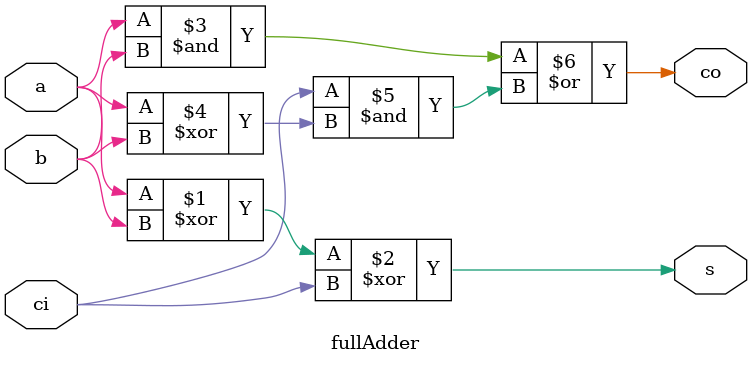
<source format=sv>
module fullAdder (a,b,ci,s,co);
  input a;
  input b;
  input ci;
  output s;
  output co;
  assign s=a^b^ci;
  assign co=(a & b)|(ci & (a^b));
endmodule //fullAdder

</source>
